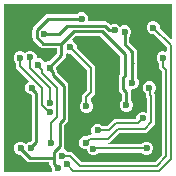
<source format=gbl>
G04*
G04 #@! TF.GenerationSoftware,Altium Limited,Altium Designer,22.2.1 (43)*
G04*
G04 Layer_Physical_Order=2*
G04 Layer_Color=9720587*
%FSLAX44Y44*%
%MOMM*%
G71*
G04*
G04 #@! TF.SameCoordinates,55AAE711-CEB4-47FC-94B9-92884521197F*
G04*
G04*
G04 #@! TF.FilePolarity,Positive*
G04*
G01*
G75*
%ADD11C,0.2000*%
%ADD45C,0.2500*%
%ADD46C,0.6000*%
G36*
X147000Y117706D02*
X145827Y117220D01*
X136500Y126547D01*
Y128094D01*
X135663Y130115D01*
X134115Y131663D01*
X132094Y132500D01*
X129906D01*
X127885Y131663D01*
X126337Y130115D01*
X125500Y128094D01*
Y125906D01*
X126337Y123884D01*
X127885Y122337D01*
X129906Y121500D01*
X131453D01*
X142431Y110522D01*
Y107382D01*
X141375Y106676D01*
X140594Y107000D01*
X138406D01*
X136384Y106163D01*
X134837Y104615D01*
X134000Y102594D01*
Y100406D01*
X134837Y98385D01*
X135931Y97290D01*
Y94000D01*
X136203Y92634D01*
X136977Y91477D01*
X138431Y90022D01*
Y19478D01*
X132522Y13569D01*
X70478D01*
X63023Y21023D01*
X61866Y21797D01*
X60500Y22069D01*
X58210D01*
X57116Y23163D01*
X56091Y23587D01*
X55532Y25037D01*
X55823Y26500D01*
Y44416D01*
X58204Y46796D01*
X59032Y48037D01*
X59323Y49500D01*
Y78000D01*
X59032Y79463D01*
X58204Y80704D01*
X50073Y88834D01*
Y89303D01*
X49782Y90766D01*
X49000Y91937D01*
Y94040D01*
X56204Y101243D01*
X57032Y102484D01*
X57323Y103947D01*
Y104739D01*
X58594Y105544D01*
X59906Y105000D01*
X61453D01*
X74931Y91522D01*
Y73978D01*
X71977Y71023D01*
X71203Y69866D01*
X70931Y68500D01*
Y64710D01*
X69837Y63615D01*
X69000Y61594D01*
Y59406D01*
X69837Y57385D01*
X71385Y55837D01*
X73406Y55000D01*
X75594D01*
X77615Y55837D01*
X79163Y57385D01*
X80000Y59406D01*
Y61594D01*
X79163Y63615D01*
X78069Y64710D01*
Y67022D01*
X81023Y69977D01*
X81797Y71134D01*
X82069Y72500D01*
Y93000D01*
X81797Y94366D01*
X81023Y95523D01*
X66500Y110047D01*
Y111594D01*
X65663Y113616D01*
X64116Y115163D01*
X62878Y115675D01*
X62580Y117173D01*
X65584Y120177D01*
X86416D01*
X103177Y103416D01*
Y87524D01*
X102468Y86463D01*
X102177Y85000D01*
Y74974D01*
X102468Y73510D01*
X103296Y72270D01*
X104677Y70890D01*
Y65455D01*
X103837Y64616D01*
X103000Y62594D01*
Y60406D01*
X103837Y58384D01*
X105385Y56837D01*
X107406Y56000D01*
X109594D01*
X111615Y56837D01*
X113163Y58384D01*
X114000Y60406D01*
Y62594D01*
X113163Y64616D01*
X112323Y65455D01*
Y72474D01*
X112054Y73827D01*
X112098Y73973D01*
X112221Y74182D01*
X112849Y75000D01*
X114594D01*
X116615Y75837D01*
X118163Y77385D01*
X119000Y79406D01*
Y81594D01*
X118163Y83616D01*
X117323Y84455D01*
Y96667D01*
X117462Y97362D01*
X117323Y98057D01*
Y106500D01*
X117032Y107963D01*
X116204Y109204D01*
X110823Y114584D01*
Y119545D01*
X111663Y120385D01*
X112500Y122406D01*
Y124594D01*
X111663Y126615D01*
X110115Y128163D01*
X108094Y129000D01*
X105906D01*
X103884Y128163D01*
X103561Y127839D01*
X103207Y127910D01*
X101660Y129457D01*
X99638Y130294D01*
X97450D01*
X95429Y129457D01*
X95190Y129218D01*
X93204Y131204D01*
X91963Y132032D01*
X90500Y132323D01*
X76591D01*
X75885Y133379D01*
X76000Y133656D01*
Y135844D01*
X75163Y137865D01*
X73615Y139413D01*
X71594Y140250D01*
X69406D01*
X67385Y139413D01*
X66545Y138573D01*
X42411D01*
X40948Y138282D01*
X39708Y137454D01*
X29796Y127542D01*
X28968Y126302D01*
X28677Y124839D01*
Y119161D01*
X28968Y117698D01*
X29796Y116458D01*
X35458Y110796D01*
X36698Y109968D01*
X38161Y109677D01*
X49677D01*
Y105531D01*
X42646Y98500D01*
X42406D01*
X40425Y97679D01*
X40076Y97568D01*
X39009Y97780D01*
X38663Y98616D01*
X37115Y100163D01*
X35094Y101000D01*
X33673D01*
X32906Y101000D01*
X32500Y102173D01*
Y103094D01*
X31663Y105115D01*
X30115Y106663D01*
X28094Y107500D01*
X25906D01*
X23884Y106663D01*
X22500Y105278D01*
X21616Y106163D01*
X19594Y107000D01*
X17406D01*
X15385Y106163D01*
X13837Y104615D01*
X13000Y102594D01*
Y100406D01*
X13837Y98385D01*
X14931Y97290D01*
Y94485D01*
X15203Y93120D01*
X15977Y91962D01*
X25914Y82025D01*
X25666Y80779D01*
X25385Y80663D01*
X23837Y79116D01*
X23000Y77094D01*
Y74906D01*
X23837Y72884D01*
X25385Y71337D01*
X27406Y70500D01*
X27646D01*
X28177Y69969D01*
Y31630D01*
X27047Y30500D01*
X26406D01*
X24385Y29663D01*
X23250Y28528D01*
X22115Y29663D01*
X20094Y30500D01*
X17906D01*
X15884Y29663D01*
X14337Y28115D01*
X13500Y26094D01*
Y23906D01*
X14337Y21885D01*
X15884Y20337D01*
X17906Y19500D01*
X18754D01*
X23958Y14296D01*
X25198Y13468D01*
X26661Y13177D01*
X43177D01*
Y11806D01*
X43468Y10343D01*
X44296Y9103D01*
X45306Y8093D01*
Y6906D01*
X45658Y6056D01*
X44953Y5000D01*
X5000D01*
Y147000D01*
X147000D01*
Y117706D01*
D02*
G37*
%LPC*%
G36*
X129094Y81500D02*
X126906D01*
X124885Y80663D01*
X123337Y79116D01*
X122500Y77094D01*
Y74906D01*
X123337Y72884D01*
X124885Y71337D01*
X124931Y71318D01*
Y70000D01*
X125203Y68634D01*
X125931Y67544D01*
Y56039D01*
X124661Y55191D01*
X123544Y55654D01*
X121356D01*
X119334Y54816D01*
X117787Y53269D01*
X116950Y51248D01*
Y49878D01*
X116640Y49569D01*
X99500D01*
X98134Y49297D01*
X96977Y48523D01*
X92022Y43569D01*
X88210D01*
X87115Y44663D01*
X85094Y45500D01*
X82906D01*
X80885Y44663D01*
X79337Y43116D01*
X78500Y41094D01*
Y38906D01*
X78942Y37839D01*
X78094Y36569D01*
X77500D01*
X76134Y36297D01*
X74977Y35523D01*
X74453Y35000D01*
X72906D01*
X70884Y34163D01*
X69337Y32615D01*
X68500Y30594D01*
Y28406D01*
X69337Y26384D01*
X70884Y24837D01*
X72906Y24000D01*
X75000D01*
Y23406D01*
X75837Y21384D01*
X77385Y19837D01*
X79406Y19000D01*
X81594D01*
X83616Y19837D01*
X84960Y21181D01*
X121540D01*
X122385Y20337D01*
X124406Y19500D01*
X126594D01*
X128616Y20337D01*
X130163Y21885D01*
X131000Y23906D01*
Y26094D01*
X130163Y28115D01*
X128616Y29663D01*
X126594Y30500D01*
X124406D01*
X122385Y29663D01*
X121040Y28319D01*
X93415D01*
X93290Y29589D01*
X93866Y29703D01*
X95023Y30477D01*
X102478Y37931D01*
X124000D01*
X125366Y38203D01*
X126523Y38977D01*
X132023Y44477D01*
X132797Y45634D01*
X133069Y47000D01*
Y69000D01*
X132797Y70366D01*
X132069Y71456D01*
Y72290D01*
X132663Y72884D01*
X133500Y74906D01*
Y77094D01*
X132663Y79116D01*
X131116Y80663D01*
X129094Y81500D01*
D02*
G37*
%LPD*%
D11*
X27000Y92500D02*
Y102000D01*
Y92500D02*
X43700Y75800D01*
Y63500D02*
Y75800D01*
X37000Y61715D02*
Y75985D01*
X18500Y94485D02*
Y101500D01*
Y94485D02*
X37000Y75985D01*
X34000Y94418D02*
X37000Y91418D01*
X34000Y94418D02*
Y95500D01*
X37000Y89000D02*
X50000Y76000D01*
Y51000D02*
Y76000D01*
X37000Y89000D02*
Y91418D01*
X78500Y72500D02*
Y93000D01*
X74500Y60500D02*
Y68500D01*
X78500Y72500D01*
X61000Y110500D02*
X78500Y93000D01*
X99500Y46000D02*
X118118D01*
X122272Y50154D01*
X122450D01*
X37000Y61715D02*
X43215Y55500D01*
X43700D01*
X45000Y46000D02*
X50000Y51000D01*
X80500Y24500D02*
X80750Y24750D01*
X125250D01*
X74000Y29500D02*
X77500Y33000D01*
X92500D01*
X125250Y24750D02*
X125500Y25000D01*
X92500Y33000D02*
X101000Y41500D01*
X128500Y70000D02*
X129500Y69000D01*
Y47000D02*
Y69000D01*
X128000Y76000D02*
X128500Y75500D01*
Y70000D02*
Y75500D01*
X124000Y41500D02*
X129500Y47000D01*
X101000Y41500D02*
X124000D01*
X93500Y40000D02*
X99500Y46000D01*
X142000Y18000D02*
Y91500D01*
X139500Y94000D02*
Y101500D01*
Y94000D02*
X142000Y91500D01*
X84000Y40000D02*
X93500D01*
X134000Y10000D02*
X142000Y18000D01*
X69000Y10000D02*
X134000D01*
X131000Y127000D02*
X146000Y112000D01*
X136000Y6000D02*
X146000Y16000D01*
Y112000D01*
X63500Y6000D02*
X136000D01*
X60500Y18500D02*
X69000Y10000D01*
X54000Y18500D02*
X60500D01*
X58000Y11500D02*
X63500Y6000D01*
X45000Y29500D02*
Y46000D01*
D45*
X28500Y75053D02*
X32000Y71553D01*
X28500Y75053D02*
Y76000D01*
X43500Y93947D02*
X53500Y103947D01*
X43500Y93000D02*
Y93947D01*
X46250Y87250D02*
X55500Y78000D01*
X43500Y92053D02*
X46250Y89303D01*
Y87250D02*
Y89303D01*
X55500Y49500D02*
Y78000D01*
X43500Y92053D02*
Y93000D01*
X39000Y122000D02*
X51500D01*
X32500Y124839D02*
X42411Y134750D01*
X32500Y119161D02*
Y124839D01*
X42411Y134750D02*
X70500D01*
X32500Y119161D02*
X38161Y113500D01*
X51500Y122000D02*
X58000Y128500D01*
X38161Y113500D02*
X53500D01*
X90500Y128500D02*
X94102Y124898D01*
X58000Y128500D02*
X90500D01*
X113500Y97500D02*
Y106500D01*
X107000Y113000D02*
X113500Y106500D01*
X107000Y113000D02*
Y123500D01*
X113500Y97224D02*
X113638Y97362D01*
X98441Y124898D02*
X98544Y124794D01*
X94102Y124898D02*
X98441D01*
X64000Y124000D02*
X88000D01*
X107000Y86000D02*
Y105000D01*
X88000Y124000D02*
X107000Y105000D01*
X53500Y103947D02*
Y113500D01*
X64000Y124000D01*
X28000Y26046D02*
X32000Y30046D01*
X28000Y25500D02*
Y26046D01*
X32000Y30046D02*
Y71553D01*
X47000Y11806D02*
X50806Y8000D01*
X26661Y17000D02*
X47000D01*
Y11806D02*
Y17000D01*
Y21500D02*
X52000Y26500D01*
X47000Y17000D02*
Y21500D01*
X52000Y26500D02*
Y46000D01*
X19000Y24661D02*
X26661Y17000D01*
X106000Y85000D02*
X107000Y86000D01*
X106000Y74974D02*
Y85000D01*
X108500Y61500D02*
Y72474D01*
X106000Y74974D02*
X108500Y72474D01*
X113500Y80500D02*
Y97224D01*
X52000Y46000D02*
X55500Y49500D01*
X19000Y24661D02*
Y25000D01*
D46*
X27000Y102000D02*
D03*
X18500Y101500D02*
D03*
X28500Y76000D02*
D03*
X34000Y95500D02*
D03*
X42500Y105000D02*
D03*
X54500Y94000D02*
D03*
X43500Y93000D02*
D03*
X71500Y81500D02*
D03*
X122450Y50154D02*
D03*
X43700Y55500D02*
D03*
X39000Y122000D02*
D03*
X70500Y134750D02*
D03*
X80500Y24500D02*
D03*
X74000Y29500D02*
D03*
X80500Y16000D02*
D03*
X87000Y81000D02*
D03*
X128000Y76000D02*
D03*
X61000Y110500D02*
D03*
X24500Y51000D02*
D03*
X98544Y124794D02*
D03*
X113500Y80500D02*
D03*
X139500Y101500D02*
D03*
X104000Y34000D02*
D03*
X131000Y127000D02*
D03*
X119000Y135000D02*
D03*
X74500Y60500D02*
D03*
X43700Y63500D02*
D03*
X125500Y25000D02*
D03*
X108500Y61500D02*
D03*
X79500Y113500D02*
D03*
X50806Y8000D02*
D03*
X54000Y18500D02*
D03*
X58000Y11500D02*
D03*
X84000Y40000D02*
D03*
X60000Y42500D02*
D03*
X93000Y61500D02*
D03*
X19000Y25000D02*
D03*
X45000Y29500D02*
D03*
X27500Y25000D02*
D03*
X99500Y97500D02*
D03*
X107000Y123500D02*
D03*
M02*

</source>
